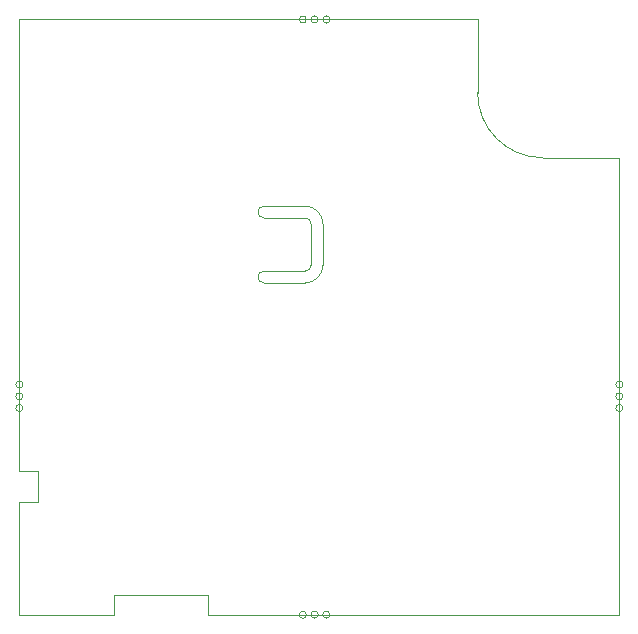
<source format=gko>
G04*
G04 #@! TF.GenerationSoftware,Altium Limited,Altium Designer,23.1.1 (15)*
G04*
G04 Layer_Color=16711935*
%FSLAX25Y25*%
%MOIN*%
G70*
G04*
G04 #@! TF.SameCoordinates,57D325FE-50AA-4423-B3C5-F19BAF70027F*
G04*
G04*
G04 #@! TF.FilePolarity,Positive*
G04*
G01*
G75*
%ADD266C,0.00394*%
%ADD290C,0.00004*%
D266*
X201181Y77166D02*
G03*
X201181Y77166I-1181J0D01*
G01*
Y73229D02*
G03*
X201181Y73229I-1181J0D01*
G01*
Y69292D02*
G03*
X201181Y69292I-1181J0D01*
G01*
X1181Y69291D02*
G03*
X1181Y69291I-1181J0D01*
G01*
Y73228D02*
G03*
X1181Y73228I-1181J0D01*
G01*
Y77165D02*
G03*
X1181Y77165I-1181J0D01*
G01*
X95669Y198819D02*
G03*
X95669Y198819I-1181J0D01*
G01*
X99606D02*
G03*
X99606Y198819I-1181J0D01*
G01*
X103543D02*
G03*
X103543Y198819I-1181J0D01*
G01*
X103533Y394D02*
G03*
X103533Y394I-1181J0D01*
G01*
X99596D02*
G03*
X99596Y394I-1181J0D01*
G01*
X95659D02*
G03*
X95659Y394I-1181J0D01*
G01*
X152756Y174409D02*
G03*
X174409Y152756I21654J0D01*
G01*
X200000Y394D02*
Y152756D01*
X0Y198819D02*
X152756D01*
X174409Y152756D02*
X200000D01*
X152756Y174409D02*
Y198819D01*
X0Y394D02*
Y38110D01*
Y48346D02*
Y198819D01*
X6142Y38110D02*
Y48346D01*
X0Y38110D02*
X6142D01*
X0Y48346D02*
X6142D01*
X62992Y394D02*
X200000D01*
X0D02*
X31496D01*
X62992D02*
Y7087D01*
X31496Y394D02*
Y7087D01*
X62992D01*
D290*
X81496Y114961D02*
G03*
X81496Y111024I0J-1969D01*
G01*
X95276Y114961D02*
G03*
X97244Y116929I0J1969D01*
G01*
X81496Y136614D02*
G03*
X81496Y132677I0J-1969D01*
G01*
X101181Y130709D02*
G03*
X95276Y136614I-5906J0D01*
G01*
X97244Y130709D02*
G03*
X95276Y132677I-1969J0D01*
G01*
X95276Y111024D02*
G03*
X101181Y116929I0J5906D01*
G01*
X81496Y111024D02*
X95276D01*
X81496Y114961D02*
X95276D01*
X97244Y116929D02*
Y130709D01*
X101181Y116929D02*
Y130709D01*
X81496Y132677D02*
X95276D01*
X81496Y136614D02*
X95276D01*
M02*

</source>
